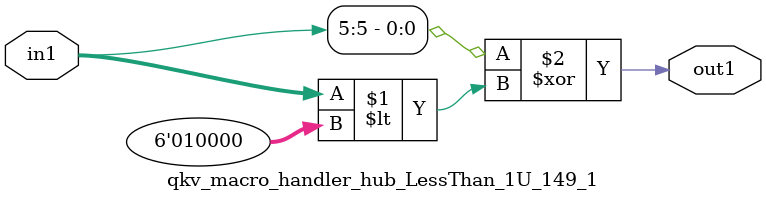
<source format=v>

`timescale 1ps / 1ps


module qkv_macro_handler_hub_LessThan_1U_149_1( in1, out1 );

    input [5:0] in1;
    output out1;

    
    // rtl_process:qkv_macro_handler_hub_LessThan_1U_149_1/qkv_macro_handler_hub_LessThan_1U_149_1_thread_1
    assign out1 = (in1[5] ^ in1 < 6'd16);

endmodule



</source>
